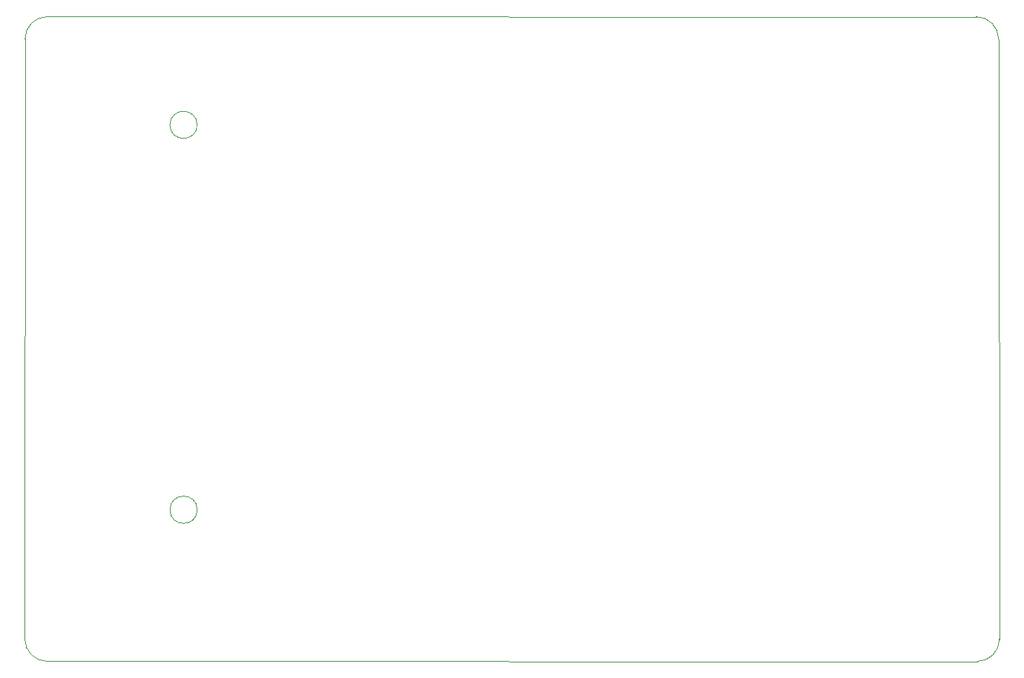
<source format=gbr>
%TF.GenerationSoftware,KiCad,Pcbnew,7.0.8*%
%TF.CreationDate,2024-09-26T17:13:04+02:00*%
%TF.ProjectId,ESP32_TFT2-8,45535033-325f-4544-9654-322d382e6b69,rev?*%
%TF.SameCoordinates,Original*%
%TF.FileFunction,Profile,NP*%
%FSLAX46Y46*%
G04 Gerber Fmt 4.6, Leading zero omitted, Abs format (unit mm)*
G04 Created by KiCad (PCBNEW 7.0.8) date 2024-09-26 17:13:04*
%MOMM*%
%LPD*%
G01*
G04 APERTURE LIST*
%TA.AperFunction,Profile*%
%ADD10C,0.100000*%
%TD*%
G04 APERTURE END LIST*
D10*
X119506535Y-129990000D02*
G75*
G03*
X119506535Y-129990000I-1556535J0D01*
G01*
X208503949Y-147320049D02*
G75*
G03*
X211043949Y-144780001I-49J2540049D01*
G01*
X99836052Y-144763949D02*
X99856052Y-76186051D01*
X210940000Y-76200000D02*
G75*
G03*
X208400000Y-73660000I-2540000J0D01*
G01*
X99836051Y-144763949D02*
G75*
G03*
X102376052Y-147303949I2540049J49D01*
G01*
X208503949Y-147320001D02*
X102376052Y-147303949D01*
X102396052Y-73646052D02*
G75*
G03*
X99856052Y-76186051I-52J-2539948D01*
G01*
X119490001Y-86010000D02*
G75*
G03*
X119490001Y-86010000I-1551290J0D01*
G01*
X210940000Y-76200000D02*
X211043949Y-144780001D01*
X102396052Y-73646051D02*
X208400000Y-73660000D01*
M02*

</source>
